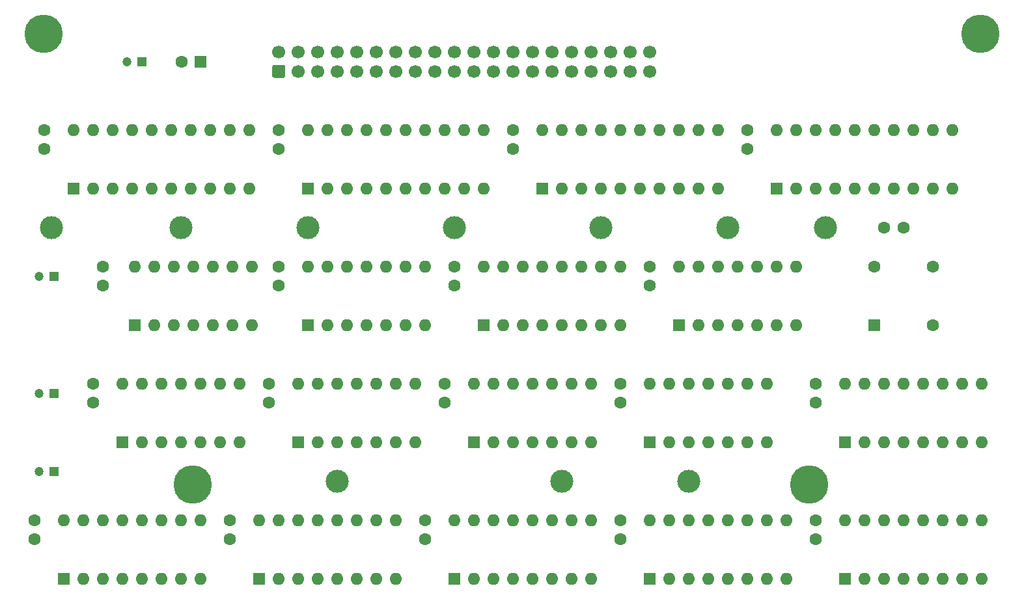
<source format=gts>
G04 #@! TF.GenerationSoftware,KiCad,Pcbnew,(5.1.10-1-10_14)*
G04 #@! TF.CreationDate,2021-10-29T12:54:14+02:00*
G04 #@! TF.ProjectId,vga_sync,7667615f-7379-46e6-932e-6b696361645f,rev?*
G04 #@! TF.SameCoordinates,Original*
G04 #@! TF.FileFunction,Soldermask,Top*
G04 #@! TF.FilePolarity,Negative*
%FSLAX46Y46*%
G04 Gerber Fmt 4.6, Leading zero omitted, Abs format (unit mm)*
G04 Created by KiCad (PCBNEW (5.1.10-1-10_14)) date 2021-10-29 12:54:14*
%MOMM*%
%LPD*%
G01*
G04 APERTURE LIST*
%ADD10C,3.000000*%
%ADD11C,5.000000*%
%ADD12O,1.600000X1.600000*%
%ADD13R,1.600000X1.600000*%
%ADD14C,1.700000*%
%ADD15C,1.600000*%
%ADD16C,1.200000*%
%ADD17R,1.200000X1.200000*%
G04 APERTURE END LIST*
D10*
X113055400Y-97129600D03*
D11*
X211658200Y-130606800D03*
X131495800Y-130606800D03*
X233908600Y-71907400D03*
X112064800Y-71907400D03*
D12*
X169316400Y-102235000D03*
X187096400Y-109855000D03*
X171856400Y-102235000D03*
X184556400Y-109855000D03*
X174396400Y-102235000D03*
X182016400Y-109855000D03*
X176936400Y-102235000D03*
X179476400Y-109855000D03*
X179476400Y-102235000D03*
X176936400Y-109855000D03*
X182016400Y-102235000D03*
X174396400Y-109855000D03*
X184556400Y-102235000D03*
X171856400Y-109855000D03*
X187096400Y-102235000D03*
D13*
X169316400Y-109855000D03*
D12*
X145186400Y-117449600D03*
X160426400Y-125069600D03*
X147726400Y-117449600D03*
X157886400Y-125069600D03*
X150266400Y-117449600D03*
X155346400Y-125069600D03*
X152806400Y-117449600D03*
X152806400Y-125069600D03*
X155346400Y-117449600D03*
X150266400Y-125069600D03*
X157886400Y-117449600D03*
X147726400Y-125069600D03*
X160426400Y-117449600D03*
D13*
X145186400Y-125069600D03*
D14*
X190906400Y-74269600D03*
X188366400Y-74269600D03*
X185826400Y-74269600D03*
X183286400Y-74269600D03*
X180746400Y-74269600D03*
X178206400Y-74269600D03*
X175666400Y-74269600D03*
X173126400Y-74269600D03*
X170586400Y-74269600D03*
X168046400Y-74269600D03*
X165506400Y-74269600D03*
X162966400Y-74269600D03*
X160426400Y-74269600D03*
X157886400Y-74269600D03*
X155346400Y-74269600D03*
X152806400Y-74269600D03*
X150266400Y-74269600D03*
X147726400Y-74269600D03*
X145186400Y-74269600D03*
X142646400Y-74269600D03*
X190906400Y-76809600D03*
X188366400Y-76809600D03*
X185826400Y-76809600D03*
X183286400Y-76809600D03*
X180746400Y-76809600D03*
X178206400Y-76809600D03*
X175666400Y-76809600D03*
X173126400Y-76809600D03*
X170586400Y-76809600D03*
X168046400Y-76809600D03*
X165506400Y-76809600D03*
X162966400Y-76809600D03*
X160426400Y-76809600D03*
X157886400Y-76809600D03*
X155346400Y-76809600D03*
X152806400Y-76809600D03*
X150266400Y-76809600D03*
X147726400Y-76809600D03*
X145186400Y-76809600D03*
G36*
G01*
X143246400Y-77659600D02*
X142046400Y-77659600D01*
G75*
G02*
X141796400Y-77409600I0J250000D01*
G01*
X141796400Y-76209600D01*
G75*
G02*
X142046400Y-75959600I250000J0D01*
G01*
X143246400Y-75959600D01*
G75*
G02*
X143496400Y-76209600I0J-250000D01*
G01*
X143496400Y-77409600D01*
G75*
G02*
X143246400Y-77659600I-250000J0D01*
G01*
G37*
D12*
X146456400Y-102209600D03*
X161696400Y-109829600D03*
X148996400Y-102209600D03*
X159156400Y-109829600D03*
X151536400Y-102209600D03*
X156616400Y-109829600D03*
X154076400Y-102209600D03*
X154076400Y-109829600D03*
X156616400Y-102209600D03*
X151536400Y-109829600D03*
X159156400Y-102209600D03*
X148996400Y-109829600D03*
X161696400Y-102209600D03*
D13*
X146456400Y-109829600D03*
D12*
X123916400Y-102209600D03*
X139156400Y-109829600D03*
X126456400Y-102209600D03*
X136616400Y-109829600D03*
X128996400Y-102209600D03*
X134076400Y-109829600D03*
X131536400Y-102209600D03*
X131536400Y-109829600D03*
X134076400Y-102209600D03*
X128996400Y-109829600D03*
X136616400Y-102209600D03*
X126456400Y-109829600D03*
X139156400Y-102209600D03*
D13*
X123916400Y-109829600D03*
D12*
X146456400Y-84429600D03*
X169316400Y-92049600D03*
X148996400Y-84429600D03*
X166776400Y-92049600D03*
X151536400Y-84429600D03*
X164236400Y-92049600D03*
X154076400Y-84429600D03*
X161696400Y-92049600D03*
X156616400Y-84429600D03*
X159156400Y-92049600D03*
X159156400Y-84429600D03*
X156616400Y-92049600D03*
X161696400Y-84429600D03*
X154076400Y-92049600D03*
X164236400Y-84429600D03*
X151536400Y-92049600D03*
X166776400Y-84429600D03*
X148996400Y-92049600D03*
X169316400Y-84429600D03*
D13*
X146456400Y-92049600D03*
D15*
X223886400Y-97129600D03*
X221386400Y-97129600D03*
X173126400Y-86929600D03*
X173126400Y-84429600D03*
X227736400Y-109829600D03*
X227736400Y-102209600D03*
X220116400Y-102209600D03*
D13*
X220116400Y-109829600D03*
D12*
X207416400Y-84429600D03*
X230276400Y-92049600D03*
X209956400Y-84429600D03*
X227736400Y-92049600D03*
X212496400Y-84429600D03*
X225196400Y-92049600D03*
X215036400Y-84429600D03*
X222656400Y-92049600D03*
X217576400Y-84429600D03*
X220116400Y-92049600D03*
X220116400Y-84429600D03*
X217576400Y-92049600D03*
X222656400Y-84429600D03*
X215036400Y-92049600D03*
X225196400Y-84429600D03*
X212496400Y-92049600D03*
X227736400Y-84429600D03*
X209956400Y-92049600D03*
X230276400Y-84429600D03*
D13*
X207416400Y-92049600D03*
D12*
X176936400Y-84429600D03*
X199796400Y-92049600D03*
X179476400Y-84429600D03*
X197256400Y-92049600D03*
X182016400Y-84429600D03*
X194716400Y-92049600D03*
X184556400Y-84429600D03*
X192176400Y-92049600D03*
X187096400Y-84429600D03*
X189636400Y-92049600D03*
X189636400Y-84429600D03*
X187096400Y-92049600D03*
X192176400Y-84429600D03*
X184556400Y-92049600D03*
X194716400Y-84429600D03*
X182016400Y-92049600D03*
X197256400Y-84429600D03*
X179476400Y-92049600D03*
X199796400Y-84429600D03*
D13*
X176936400Y-92049600D03*
D12*
X115976400Y-84429600D03*
X138836400Y-92049600D03*
X118516400Y-84429600D03*
X136296400Y-92049600D03*
X121056400Y-84429600D03*
X133756400Y-92049600D03*
X123596400Y-84429600D03*
X131216400Y-92049600D03*
X126136400Y-84429600D03*
X128676400Y-92049600D03*
X128676400Y-84429600D03*
X126136400Y-92049600D03*
X131216400Y-84429600D03*
X123596400Y-92049600D03*
X133756400Y-84429600D03*
X121056400Y-92049600D03*
X136296400Y-84429600D03*
X118516400Y-92049600D03*
X138836400Y-84429600D03*
D13*
X115976400Y-92049600D03*
D12*
X216306400Y-117449600D03*
X234086400Y-125069600D03*
X218846400Y-117449600D03*
X231546400Y-125069600D03*
X221386400Y-117449600D03*
X229006400Y-125069600D03*
X223926400Y-117449600D03*
X226466400Y-125069600D03*
X226466400Y-117449600D03*
X223926400Y-125069600D03*
X229006400Y-117449600D03*
X221386400Y-125069600D03*
X231546400Y-117449600D03*
X218846400Y-125069600D03*
X234086400Y-117449600D03*
D13*
X216306400Y-125069600D03*
D12*
X216316400Y-135229600D03*
X234096400Y-142849600D03*
X218856400Y-135229600D03*
X231556400Y-142849600D03*
X221396400Y-135229600D03*
X229016400Y-142849600D03*
X223936400Y-135229600D03*
X226476400Y-142849600D03*
X226476400Y-135229600D03*
X223936400Y-142849600D03*
X229016400Y-135229600D03*
X221396400Y-142849600D03*
X231556400Y-135229600D03*
X218856400Y-142849600D03*
X234096400Y-135229600D03*
D13*
X216316400Y-142849600D03*
D12*
X190906400Y-135229600D03*
X208686400Y-142849600D03*
X193446400Y-135229600D03*
X206146400Y-142849600D03*
X195986400Y-135229600D03*
X203606400Y-142849600D03*
X198526400Y-135229600D03*
X201066400Y-142849600D03*
X201066400Y-135229600D03*
X198526400Y-142849600D03*
X203606400Y-135229600D03*
X195986400Y-142849600D03*
X206146400Y-135229600D03*
X193446400Y-142849600D03*
X208686400Y-135229600D03*
D13*
X190906400Y-142849600D03*
D12*
X190906400Y-117449600D03*
X206146400Y-125069600D03*
X193446400Y-117449600D03*
X203606400Y-125069600D03*
X195986400Y-117449600D03*
X201066400Y-125069600D03*
X198526400Y-117449600D03*
X198526400Y-125069600D03*
X201066400Y-117449600D03*
X195986400Y-125069600D03*
X203606400Y-117449600D03*
X193446400Y-125069600D03*
X206146400Y-117449600D03*
D13*
X190906400Y-125069600D03*
D12*
X194716400Y-102209600D03*
X209956400Y-109829600D03*
X197256400Y-102209600D03*
X207416400Y-109829600D03*
X199796400Y-102209600D03*
X204876400Y-109829600D03*
X202336400Y-102209600D03*
X202336400Y-109829600D03*
X204876400Y-102209600D03*
X199796400Y-109829600D03*
X207416400Y-102209600D03*
X197256400Y-109829600D03*
X209956400Y-102209600D03*
D13*
X194716400Y-109829600D03*
D12*
X168046400Y-117449600D03*
X183286400Y-125069600D03*
X170586400Y-117449600D03*
X180746400Y-125069600D03*
X173126400Y-117449600D03*
X178206400Y-125069600D03*
X175666400Y-117449600D03*
X175666400Y-125069600D03*
X178206400Y-117449600D03*
X173126400Y-125069600D03*
X180746400Y-117449600D03*
X170586400Y-125069600D03*
X183286400Y-117449600D03*
D13*
X168046400Y-125069600D03*
D12*
X122326400Y-117449600D03*
X137566400Y-125069600D03*
X124866400Y-117449600D03*
X135026400Y-125069600D03*
X127406400Y-117449600D03*
X132486400Y-125069600D03*
X129946400Y-117449600D03*
X129946400Y-125069600D03*
X132486400Y-117449600D03*
X127406400Y-125069600D03*
X135026400Y-117449600D03*
X124866400Y-125069600D03*
X137566400Y-117449600D03*
D13*
X122326400Y-125069600D03*
D12*
X165506400Y-135229600D03*
X183286400Y-142849600D03*
X168046400Y-135229600D03*
X180746400Y-142849600D03*
X170586400Y-135229600D03*
X178206400Y-142849600D03*
X173126400Y-135229600D03*
X175666400Y-142849600D03*
X175666400Y-135229600D03*
X173126400Y-142849600D03*
X178206400Y-135229600D03*
X170586400Y-142849600D03*
X180746400Y-135229600D03*
X168046400Y-142849600D03*
X183286400Y-135229600D03*
D13*
X165506400Y-142849600D03*
D12*
X140106400Y-135229600D03*
X157886400Y-142849600D03*
X142646400Y-135229600D03*
X155346400Y-142849600D03*
X145186400Y-135229600D03*
X152806400Y-142849600D03*
X147726400Y-135229600D03*
X150266400Y-142849600D03*
X150266400Y-135229600D03*
X147726400Y-142849600D03*
X152806400Y-135229600D03*
X145186400Y-142849600D03*
X155346400Y-135229600D03*
X142646400Y-142849600D03*
X157886400Y-135229600D03*
D13*
X140106400Y-142849600D03*
D12*
X114706400Y-135229600D03*
X132486400Y-142849600D03*
X117246400Y-135229600D03*
X129946400Y-142849600D03*
X119786400Y-135229600D03*
X127406400Y-142849600D03*
X122326400Y-135229600D03*
X124866400Y-142849600D03*
X124866400Y-135229600D03*
X122326400Y-142849600D03*
X127406400Y-135229600D03*
X119786400Y-142849600D03*
X129946400Y-135229600D03*
X117246400Y-142849600D03*
X132486400Y-135229600D03*
D13*
X114706400Y-142849600D03*
D10*
X129946400Y-97129600D03*
X165506400Y-97129600D03*
X201066400Y-97129600D03*
X146456400Y-97129600D03*
X184556400Y-97129600D03*
X179476400Y-130149600D03*
X213766400Y-97129600D03*
X195986400Y-130149600D03*
X150266400Y-130149600D03*
D15*
X129986400Y-75539600D03*
D13*
X132486400Y-75539600D03*
D16*
X111436400Y-118719600D03*
D17*
X113436400Y-118719600D03*
D16*
X111436400Y-128879600D03*
D17*
X113436400Y-128879600D03*
D16*
X122866400Y-75539600D03*
D17*
X124866400Y-75539600D03*
D16*
X111436400Y-103479600D03*
D17*
X113436400Y-103479600D03*
D15*
X142646400Y-86929600D03*
X142646400Y-84429600D03*
X112166400Y-86929600D03*
X112166400Y-84429600D03*
X203606400Y-86929600D03*
X203606400Y-84429600D03*
X212496400Y-137729600D03*
X212496400Y-135229600D03*
X141376400Y-119949600D03*
X141376400Y-117449600D03*
X118516400Y-119949600D03*
X118516400Y-117449600D03*
X136296400Y-137729600D03*
X136296400Y-135229600D03*
X187096400Y-137729600D03*
X187096400Y-135229600D03*
X110896400Y-137729600D03*
X110896400Y-135229600D03*
X161696400Y-137729600D03*
X161696400Y-135229600D03*
X142646400Y-104709600D03*
X142646400Y-102209600D03*
X119786400Y-104709600D03*
X119786400Y-102209600D03*
X190906400Y-104709600D03*
X190906400Y-102209600D03*
X212496400Y-119949600D03*
X212496400Y-117449600D03*
X187096400Y-119949600D03*
X187096400Y-117449600D03*
X165506400Y-104709600D03*
X165506400Y-102209600D03*
X164236400Y-119949600D03*
X164236400Y-117449600D03*
M02*

</source>
